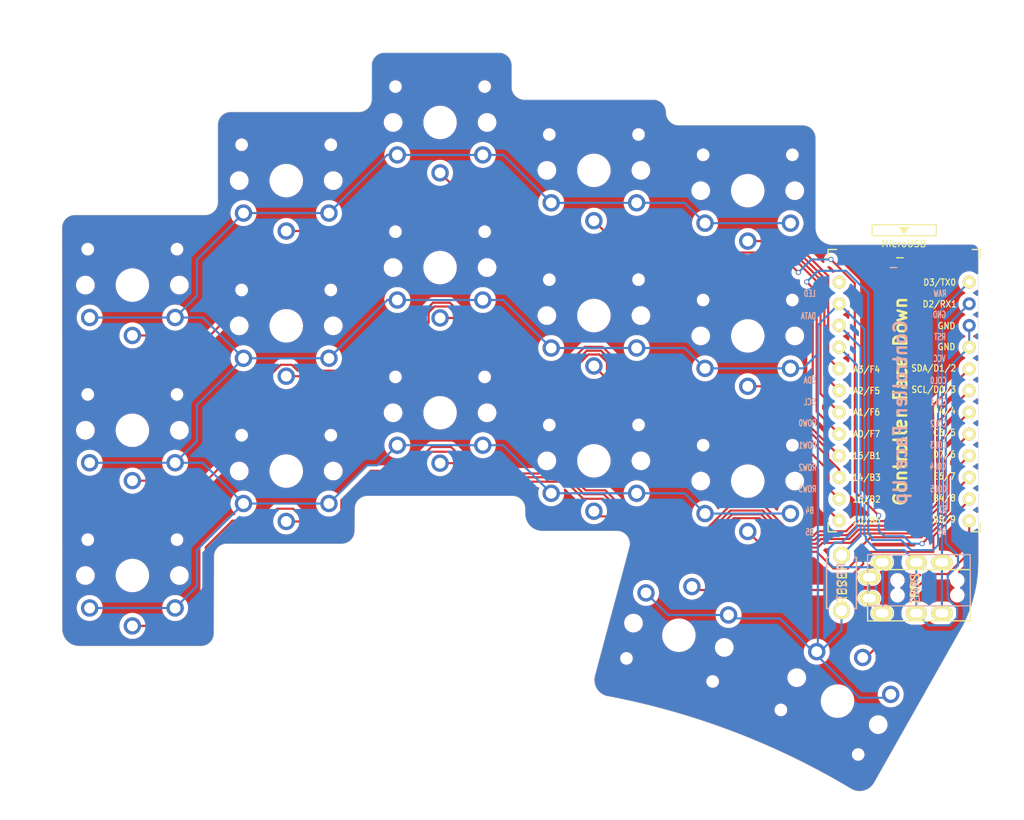
<source format=kicad_pcb>
(kicad_pcb (version 20241229) (generator "pcbnew") (generator_version "9.0")
  (title_block (title "Ferris_Sweep_Compact") (date "2020-09-03") (rev "0.1") (company "BroomLabs"))
  (layers (0 "F.Cu" signal) (2 "B.Cu" signal) (13 "F.Paste" user) (15 "B.Paste" user) (5 "F.SilkS" user) (7 "B.SilkS" user) (1 "F.Mask" user) (3 "B.Mask" user) (25 "Edge.Cuts" user))
  (net 0 "")
  (net 1 "row0")
  (net 2 "row1")
  (net 3 "row2")
  (net 4 "row3")
  (net 5 "GND")
  (net 6 "VCC")
  (net 7 "col0")
  (net 8 "col1")
  (net 9 "col2")
  (net 10 "col3")
  (net 11 "col4")
  (net 12 "col5")
  (net 13 "LED")
  (net 14 "data")
  (net 15 "reset")
  (net 16 "SCL")
  (net 17 "SDA")
  (net 18 "Net-(U1-Pad24)")
  (net 19 "Net-(J1-PadA)")
  (net 20 "Net-(U1-Pad14)")
  (net 21 "Net-(U1-Pad13)")
  (net 22 "Net-(U1-Pad12)")
  (net 23 "Net-(U1-Pad11)")
  (footprint "Kailh:SW_PG1350_reversible_b2" (layer "F.Cu") (at 44 42.77)
    (property "Reference" "SW2" (hide yes))
    (property "Value" "SW_PUSH" (hide yes))
  )
  (footprint "Kailh:SW_PG1350_reversible_b2" (layer "F.Cu") (at 62 30.54)
    (property "Reference" "SW3" (hide yes))
    (property "Value" "SW_PUSH" (hide yes))
  )
  (footprint "Kailh:SW_PG1350_reversible_b2" (layer "F.Cu") (at 80 23.73)
    (property "Reference" "SW4" (hide yes))
    (property "Value" "SW_PUSH" (hide yes))
  )
  (footprint "Kailh:SW_PG1350_reversible_b2" (layer "F.Cu") (at 98 29.34)
    (property "Reference" "SW5" (hide yes))
    (property "Value" "SW_PUSH" (hide yes))
  )
  (footprint "Kailh:SW_PG1350_reversible_b2" (layer "F.Cu") (at 116 31.72)
    (property "Reference" "SW6" (hide yes))
    (property "Value" "SW_PUSH" (hide yes))
  )
  (footprint "Kailh:SW_PG1350_reversible_b2" (layer "F.Cu") (at 44 59.77)
    (property "Reference" "SW8" (hide yes))
    (property "Value" "SW_PUSH" (hide yes))
  )
  (footprint "Kailh:SW_PG1350_reversible_b2" (layer "F.Cu") (at 62 47.54)
    (property "Reference" "SW9" (hide yes))
    (property "Value" "SW_PUSH" (hide yes))
  )
  (footprint "Kailh:SW_PG1350_reversible_b2" (layer "F.Cu") (at 80 40.72)
    (property "Reference" "SW10" (hide yes))
    (property "Value" "SW_PUSH" (hide yes))
  )
  (footprint "Kailh:SW_PG1350_reversible_b2" (layer "F.Cu") (at 98 46.34)
    (property "Reference" "SW11" (hide yes))
    (property "Value" "SW_PUSH" (hide yes))
  )
  (footprint "Kailh:SW_PG1350_reversible_b2" (layer "F.Cu") (at 116 48.72)
    (property "Reference" "SW12" (hide yes))
    (property "Value" "SW_PUSH" (hide yes))
  )
  (footprint "Kailh:SW_PG1350_reversible_b2" (layer "F.Cu") (at 44 76.775)
    (property "Reference" "SW14" (hide yes))
    (property "Value" "SW_PUSH" (hide yes))
  )
  (footprint "Kailh:SW_PG1350_reversible_b2" (layer "F.Cu") (at 62 64.545)
    (property "Reference" "SW15" (hide yes))
    (property "Value" "SW_PUSH" (hide yes))
  )
  (footprint "Kailh:SW_PG1350_reversible_b2" (layer "F.Cu") (at 80 57.72)
    (property "Reference" "SW16" (hide yes))
    (property "Value" "SW_PUSH" (hide yes))
  )
  (footprint "Kailh:SW_PG1350_reversible_b2" (layer "F.Cu") (at 98 63.345)
    (property "Reference" "SW17" (hide yes))
    (property "Value" "SW_PUSH" (hide yes))
  )
  (footprint "Kailh:SW_PG1350_reversible_b2" (layer "F.Cu") (at 116 65.72)
    (property "Reference" "SW18" (hide yes))
    (property "Value" "SW_PUSH" (hide yes))
  )
  (footprint "kbd:ProMicro_v3" (layer "F.Cu") (at 134.3 56.9)
    (property "Reference" "U1" (hide yes))
    (property "Value" "ProMicro" (hide yes))
  )
  (footprint "foostan:ResetSW" (layer "F.Cu") (at 126.97 77.64 90)
    (property "Reference" "RSW1" (hide yes))
    (property "Value" "Val**")
  )
  (footprint "kbd:MJ-4PP-9" (layer "F.Cu") (at 142.02 79.08 -90)
    (property "Reference" "J1")
    (property "Value" "MJ-4PP-9" (hide yes))
  )
  (footprint "Kailh:SW_PG1350_reversible_b2" (layer "B.Cu") (at 107.94 83.77 -15)
    (property "Reference" "SW20" (hide yes))
    (property "Value" "SW_PUSH" (hide yes))
  )
  (footprint "Kailh:SW_PG1350_reversible_b2" (layer "B.Cu") (at 126.5 91.48 -30)
    (property "Reference" "SW21" (hide yes))
    (property "Value" "SW_PUSH" (hide yes))
  )
  (gr_arc (start 125.974293 38.049201) (mid 124.561825 37.5) (end 123.939292 36.118283) (stroke (width 0.05)) (layer "Edge.Cuts"))
  (gr_arc (start 99.441356 90.871288) (mid 114.209394 95.017139) (end 128.016 101.7) (stroke (width 0.05)) (layer "Edge.Cuts"))
  (gr_arc (start 37.846 85.033119) (mid 36.417641 84.493082) (end 35.786019 83.102794) (stroke (width 0.05)) (layer "Edge.Cuts"))
  (gr_arc (start 130.748 101.101265) (mid 129.506995 101.97098) (end 128.016 101.7) (stroke (width 0.05)) (layer "Edge.Cuts"))
  (gr_arc (start 142.24 38.008) (mid 142.77033 38.22767) (end 142.99 38.758) (stroke (width 0.05)) (layer "Edge.Cuts"))
  (gr_line (start 125.974293 38.049201) (end 142.24 38.008) (stroke (width 0.05)) (layer "Edge.Cuts"))
  (gr_line (start 35.768055 36.06066) (end 35.786019 83.102794) (stroke (width 0.05)) (layer "Edge.Cuts"))
  (gr_line (start 141.255304 82.50815) (end 130.748 101.101265) (stroke (width 0.05)) (layer "Edge.Cuts"))
  (gr_line (start 123.939292 36.118283) (end 123.93934 25.5607) (stroke (width 0.05)) (layer "Edge.Cuts"))
  (gr_line (start 142.99 38.758) (end 143.002 75.184) (stroke (width 0.05)) (layer "Edge.Cuts"))
  (gr_arc (start 143.002 75.184) (mid 142.544913 78.945347) (end 141.255304 82.50815) (stroke (width 0.05)) (layer "Edge.Cuts"))
  (gr_line (start 92 71.560662) (end 100.688028 71.560662) (stroke (width 0.05)) (layer "Edge.Cuts"))
  (gr_arc (start 53.535001 83.5331) (mid 53.095661 84.59376) (end 52.035001 85.0331) (stroke (width 0.05)) (layer "Edge.Cuts"))
  (gr_arc (start 54 33.06066) (mid 53.56066 34.12132) (end 52.5 34.56066) (stroke (width 0.05)) (layer "Edge.Cuts"))
  (gr_arc (start 35.768055 36.06066) (mid 36.207395 35) (end 37.268055 34.56066) (stroke (width 0.05)) (layer "Edge.Cuts"))
  (gr_arc (start 89.87864 21.06066) (mid 88.81798 20.62132) (end 88.37864 19.56066) (stroke (width 0.05)) (layer "Edge.Cuts"))
  (gr_arc (start 53.56066 74.56066) (mid 54 73.5) (end 55.06066 73.06066) (stroke (width 0.05)) (layer "Edge.Cuts"))
  (gr_line (start 72 21) (end 72 17.0607) (stroke (width 0.05)) (layer "Edge.Cuts"))
  (gr_line (start 55.504242 22.500006) (end 70.5 22.5) (stroke (width 0.05)) (layer "Edge.Cuts"))
  (gr_line (start 37.846 85.033119) (end 52.035 85.0331) (stroke (width 0.05)) (layer "Edge.Cuts"))
  (gr_line (start 73.5 15.5607) (end 86.878636 15.56066) (stroke (width 0.05)) (layer "Edge.Cuts"))
  (gr_arc (start 70 71.56066) (mid 69.56066 72.62132) (end 68.5 73.06066) (stroke (width 0.05)) (layer "Edge.Cuts"))
  (gr_arc (start 86.878641 15.56066) (mid 87.939301 16) (end 88.378641 17.06066) (stroke (width 0.05)) (layer "Edge.Cuts"))
  (gr_arc (start 100.688028 71.560661) (mid 101.894056 72.168755) (end 102.122245 73.5) (stroke (width 0.05)) (layer "Edge.Cuts"))
  (gr_arc (start 107.93934 24.06066) (mid 106.87868 23.62132) (end 106.43934 22.56066) (stroke (width 0.05)) (layer "Edge.Cuts"))
  (gr_line (start 55.0607 73.06066) (end 68.5 73.06066) (stroke (width 0.05)) (layer "Edge.Cuts"))
  (gr_line (start 53.535001 83.5331) (end 53.559563 74.56066) (stroke (width 0.05)) (layer "Edge.Cuts"))
  (gr_arc (start 88.449667 67.461439) (mid 89.510327 67.900779) (end 89.949667 68.961439) (stroke (width 0.05)) (layer "Edge.Cuts"))
  (gr_line (start 98.122245 88.463498) (end 102.122245 73.5) (stroke (width 0.05)) (layer "Edge.Cuts"))
  (gr_line (start 54 33.0607) (end 54 24) (stroke (width 0.05)) (layer "Edge.Cuts"))
  (gr_arc (start 72 17.06066) (mid 72.43934 16) (end 73.5 15.56066) (stroke (width 0.05)) (layer "Edge.Cuts"))
  (gr_line (start 89.964999 69.629531) (end 89.949667 68.96144) (stroke (width 0.05)) (layer "Edge.Cuts"))
  (gr_arc (start 104.93934 21.06066) (mid 106 21.5) (end 106.43934 22.56066) (stroke (width 0.05)) (layer "Edge.Cuts"))
  (gr_arc (start 72 21) (mid 71.56066 22.06066) (end 70.5 22.5) (stroke (width 0.05)) (layer "Edge.Cuts"))
  (gr_line (start 107.93934 24.06066) (end 122.43934 24.06066) (stroke (width 0.05)) (layer "Edge.Cuts"))
  (gr_line (start 88.37864 19.56066) (end 88.378641 17.06066) (stroke (width 0.05)) (layer "Edge.Cuts"))
  (gr_arc (start 54 24) (mid 54.43934 22.93934) (end 55.5 22.5) (stroke (width 0.05)) (layer "Edge.Cuts"))
  (gr_arc (start 92 71.560662) (mid 90.587532 71.011461) (end 89.964999 69.629744) (stroke (width 0.05)) (layer "Edge.Cuts"))
  (gr_arc (start 122.43934 24.06066) (mid 123.5 24.5) (end 123.93934 25.56066) (stroke (width 0.05)) (layer "Edge.Cuts"))
  (gr_line (start 89.87864 21.06066) (end 104.93934 21.06066) (stroke (width 0.05)) (layer "Edge.Cuts"))
  (gr_line (start 69.999999 71.56066) (end 70.029354 68.961439) (stroke (width 0.05)) (layer "Edge.Cuts"))
  (gr_arc (start 70.029269 68.961439) (mid 70.474311 67.895072) (end 71.545368 67.461439) (stroke (width 0.05)) (layer "Edge.Cuts"))
  (gr_line (start 71.545368 67.461439) (end 88.449667 67.461439) (stroke (width 0.05)) (layer "Edge.Cuts"))
  (gr_arc (start 99.441356 90.871288) (mid 98.28729 89.938311) (end 98.122244 88.463498) (stroke (width 0.05)) (layer "Edge.Cuts"))
  (gr_line (start 37.268055 34.560666) (end 52.5 34.56066) (stroke (width 0.05)) (layer "Edge.Cuts"))
  (gr_text "Controller Face Down" (at 133.858 56.388 90) (layer "F.SilkS") (effects (font (size 1.5 1.5) (thickness 0.3))))
  (gr_text "Controller Face Up" (at 133.858 57.658 90) (layer "B.SilkS") (effects (font (size 1.5 1.5) (thickness 0.3)) (justify mirror)))
  (segment (start 121.01559 73.050022) (end 124.013567 73.050022) (width 0.25) (layer "F.Cu") (net 1))
  (segment (start 83.483981 65.360019) (end 83.909962 65.786) (width 0.25) (layer "F.Cu") (net 1))
  (segment (start 128.963579 71.400011) (end 135.7364 71.400011) (width 0.25) (layer "F.Cu") (net 1))
  (segment (start 127.86359 72.5) (end 128.963579 71.400011) (width 0.25) (layer "F.Cu") (net 1))
  (segment (start 124.563589 72.5) (end 127.86359 72.5) (width 0.25) (layer "F.Cu") (net 1))
  (segment (start 80 63.62) (end 81.90518 63.62) (width 0.25) (layer "F.Cu") (net 1))
  (segment (start 96.741861 67.788681) (end 99.034703 67.788681) (width 0.25) (layer "F.Cu") (net 1))
  (segment (start 81.90518 63.62) (end 83.48398 65.1988) (width 0.25) (layer "F.Cu") (net 1))
  (segment (start 124.013567 73.050022) (end 124.563589 72.5) (width 0.25) (layer "F.Cu") (net 1))
  (segment (start 135.7364 71.400011) (end 138.599982 68.536429) (width 0.25) (layer "F.Cu") (net 1))
  (segment (start 83.48398 65.1988) (end 83.483981 65.360019) (width 0.25) (layer "F.Cu") (net 1))
  (segment (start 117.57827 69.612702) (end 121.01559 73.050022) (width 0.25) (layer "F.Cu") (net 1))
  (segment (start 111.643515 72.133987) (end 114.1648 69.612702) (width 0.25) (layer "F.Cu") (net 1))
  (segment (start 138.599982 60.973418) (end 141.9114 57.662) (width 0.25) (layer "F.Cu") (net 1))
  (segment (start 108.987233 72.133987) (end 111.643515 72.133987) (width 0.25) (layer "F.Cu") (net 1))
  (segment (start 114.1648 69.612702) (end 117.57827 69.612702) (width 0.25) (layer "F.Cu") (net 1))
  (segment (start 99.034703 67.788681) (end 101.475011 70.228989) (width 0.25) (layer "F.Cu") (net 1))
  (segment (start 138.599982 68.536429) (end 138.599982 60.973418) (width 0.25) (layer "F.Cu") (net 1))
  (segment (start 94.73918 65.786) (end 96.741861 67.788681) (width 0.25) (layer "F.Cu") (net 1))
  (segment (start 101.475011 70.228989) (end 107.082235 70.228989) (width 0.25) (layer "F.Cu") (net 1))
  (segment (start 107.082235 70.228989) (end 108.987233 72.133987) (width 0.25) (layer "F.Cu") (net 1))
  (segment (start 83.909962 65.786) (end 94.73918 65.786) (width 0.25) (layer "F.Cu") (net 1))
  (segment (start 124.749989 72.950011) (end 128.04999 72.950011) (width 0.25) (layer "F.Cu") (net 2))
  (segment (start 108.92303 72.706194) (end 111.961718 72.706194) (width 0.25) (layer "F.Cu") (net 2))
  (segment (start 113.034956 71.632956) (end 113.034956 71.378956) (width 0.25) (layer "F.Cu") (net 2))
  (segment (start 136.127158 71.850022) (end 139.049992 68.927188) (width 0.25) (layer "F.Cu") (net 2))
  (segment (start 117.39187 70.062712) (end 120.829189 73.500031) (width 0.25) (layer "F.Cu") (net 2))
  (segment (start 129.149979 71.850022) (end 136.127158 71.850022) (width 0.25) (layer "F.Cu") (net 2))
  (segment (start 139.049992 68.927188) (end 139.049992 63.063408) (width 0.25) (layer "F.Cu") (net 2))
  (segment (start 128.04999 72.950011) (end 129.149979 71.850022) (width 0.25) (layer "F.Cu") (net 2))
  (segment (start 120.829189 73.500031) (end 121.317965 73.500031) (width 0.25) (layer "F.Cu") (net 2))
  (segment (start 139.049992 63.063408) (end 141.9114 60.202) (width 0.25) (layer "F.Cu") (net 2))
  (segment (start 98 69.400011) (end 98.155011 69.400011) (width 0.25) (layer "F.Cu") (net 2))
  (segment (start 121.317967 73.500033) (end 124.199967 73.500033) (width 0.25) (layer "F.Cu") (net 2))
  (segment (start 114.3512 70.062712) (end 117.39187 70.062712) (width 0.25) (layer "F.Cu") (net 2))
  (segment (start 121.317965 73.500031) (end 121.317967 73.500033) (width 0.25) (layer "F.Cu") (net 2))
  (segment (start 100.076 69.85) (end 100.459612 69.85) (width 0.25) (layer "F.Cu") (net 2))
  (segment (start 100.459612 69.85) (end 101.288611 70.678999) (width 0.25) (layer "F.Cu") (net 2))
  (segment (start 98.605 69.85) (end 98 69.245) (width 0.25) (layer "F.Cu") (net 2))
  (segment (start 100.459612 69.85) (end 98.605 69.85) (width 0.25) (layer "F.Cu") (net 2))
  (segment (start 101.288611 70.678999) (end 106.895835 70.678999) (width 0.25) (layer "F.Cu") (net 2))
  (segment (start 106.895835 70.678999) (end 108.92303 72.706194) (width 0.25) (layer "F.Cu") (net 2))
  (segment (start 111.961718 72.706194) (end 113.034956 71.632956) (width 0.25) (layer "F.Cu") (net 2))
  (segment (start 113.034956 71.378956) (end 114.3512 70.062712) (width 0.25) (layer "F.Cu") (net 2))
  (segment (start 124.199967 73.500033) (end 124.749989 72.950011) (width 0.25) (layer "F.Cu") (net 2))
  (segment (start 116 71.62) (end 118.379999 73.999999) (width 0.25) (layer "F.Cu") (net 3))
  (segment (start 124.072819 73.999999) (end 126.022817 75.949997) (width 0.25) (layer "F.Cu") (net 3))
  (segment (start 130.363556 72.300033) (end 136.313557 72.300033) (width 0.25) (layer "F.Cu") (net 3))
  (segment (start 127.699999 75.949997) (end 128.599987 75.050011) (width 0.25) (layer "F.Cu") (net 3))
  (segment (start 139.500003 69.113587) (end 139.500003 65.153397) (width 0.25) (layer "F.Cu") (net 3))
  (segment (start 128.599987 75.050011) (end 128.599987 74.063602) (width 0.25) (layer "F.Cu") (net 3))
  (segment (start 139.500003 65.153397) (end 141.9114 62.742) (width 0.25) (layer "F.Cu") (net 3))
  (segment (start 128.599987 74.063602) (end 130.363556 72.300033) (width 0.25) (layer "F.Cu") (net 3))
  (segment (start 136.313557 72.300033) (end 139.500003 69.113587) (width 0.25) (layer "F.Cu") (net 3))
  (segment (start 126.022817 75.949997) (end 127.699999 75.949997) (width 0.25) (layer "F.Cu") (net 3))
  (segment (start 118.379999 73.999999) (end 124.072819 73.999999) (width 0.25) (layer "F.Cu") (net 3))
  (segment (start 141.9114 65.282) (end 139.950014 67.243386) (width 0.25) (layer "F.Cu") (net 4))
  (segment (start 113.697117 40.311029) (end 117.554202 40.311028) (width 0.25) (layer "F.Cu") (net 4))
  (segment (start 108.37318 38.246) (end 109.93959 39.81241) (width 0.25) (layer "F.Cu") (net 4))
  (segment (start 90.54999 35.722808) (end 93.01721 38.19003) (width 0.25) (layer "F.Cu") (net 4))
  (segment (start 117.554202 40.311028) (end 117.9072 39.95803) (width 0.25) (layer "F.Cu") (net 4))
  (segment (start 136.398 73.044) (end 137.27199 72.17001) (width 0.25) (layer "F.Cu") (net 4))
  (segment (start 90.17 34.544) (end 90.17118 34.544) (width 0.25) (layer "F.Cu") (net 4))
  (segment (start 113.198498 39.81241) (end 113.528045 40.141955) (width 0.25) (layer "F.Cu") (net 4))
  (segment (start 139.950014 69.230014) (end 139.950014 69.299987) (width 0.25) (layer "F.Cu") (net 4))
  (segment (start 109.93959 39.81241) (end 113.198498 39.81241) (width 0.25) (layer "F.Cu") (net 4))
  (segment (start 139.950014 67.243386) (end 139.950014 69.230014) (width 0.25) (layer "F.Cu") (net 4))
  (segment (start 120.58403 39.95803) (end 121.92 41.294) (width 0.25) (layer "F.Cu") (net 4))
  (segment (start 139.950014 69.299986) (end 139.950014 69.230014) (width 0.25) (layer "F.Cu") (net 4))
  (segment (start 137.27199 71.97801) (end 139.950014 69.299986) (width 0.25) (layer "F.Cu") (net 4))
  (segment (start 81.75639 32.88002) (end 88.50602 32.88002) (width 0.25) (layer "F.Cu") (net 4))
  (segment (start 137.27199 72.17001) (end 137.27199 71.97801) (width 0.25) (layer "F.Cu") (net 4))
  (segment (start 64.85599 36.89001) (end 67.946401 36.890009) (width 0.25) (layer "F.Cu") (net 4))
  (segment (start 88.50602 32.88002) (end 90.17 34.544) (width 0.25) (layer "F.Cu") (net 4))
  (segment (start 101.962 38.246) (end 108.37318 38.246) (width 0.25) (layer "F.Cu") (net 4))
  (segment (start 101.90603 38.19003) (end 101.962 38.246) (width 0.25) (layer "F.Cu") (net 4))
  (segment (start 125.73 39.77) (end 128.524 42.564) (width 0.25) (layer "F.Cu") (net 4))
  (segment (start 128.524 42.564) (end 128.524 66.948) (width 0.25) (layer "F.Cu") (net 4))
  (segment (start 113.528045 40.141955) (end 113.697117 40.311029) (width 0.25) (layer "F.Cu") (net 4))
  (segment (start 93.01721 38.19003) (end 101.90603 38.19003) (width 0.25) (layer "F.Cu") (net 4))
  (segment (start 67.946401 36.890009) (end 70.8864 33.95001) (width 0.25) (layer "F.Cu") (net 4))
  (segment (start 53.076 48.67) (end 64.85599 36.89001) (width 0.25) (layer "F.Cu") (net 4))
  (segment (start 70.8864 33.95001) (end 80.686401 33.950009) (width 0.25) (layer "F.Cu") (net 4))
  (segment (start 90.17118 34.544) (end 90.54999 34.92281) (width 0.25) (layer "F.Cu") (net 4))
  (segment (start 117.9072 39.95803) (end 120.58403 39.95803) (width 0.25) (layer "F.Cu") (net 4))
  (segment (start 80.686401 33.950009) (end 81.75639 32.88002) (width 0.25) (layer "F.Cu") (net 4))
  (segment (start 128.524 66.948) (end 131.318 69.742) (width 0.25) (layer "F.Cu") (net 4))
  (segment (start 44 48.67) (end 53.076 48.67) (width 0.25) (layer "F.Cu") (net 4))
  (segment (start 90.54999 34.92281) (end 90.54999 35.722808) (width 0.25) (layer "F.Cu") (net 4))
  (via (at 125.73 39.77) (size 0.6) (drill 0.4) (layers "F.Cu" "B.Cu") (net 4))
  (via (at 136.398 73.044) (size 0.6) (drill 0.4) (layers "F.Cu" "B.Cu") (net 4))
  (via (at 121.92 41.294) (size 0.6) (drill 0.4) (layers "F.Cu" "B.Cu") (net 4))
  (via (at 131.318 69.742) (size 0.6) (drill 0.4) (layers "F.Cu" "B.Cu") (net 4))
  (segment (start 124.206 39.77) (end 123.444 39.77) (width 0.25) (layer "B.Cu") (net 4))
  (segment (start 135.128 73.044) (end 136.398 73.044) (width 0.25) (layer "B.Cu") (net 4))
  (segment (start 131.318 71.52) (end 131.97199 72.17399) (width 0.25) (layer "B.Cu") (net 4))
  (segment (start 131.318 69.742) (end 131.318 71.52) (width 0.25) (layer "B.Cu") (net 4))
  (segment (start 131.97199 72.17399) (end 134.25799 72.17399) (width 0.25) (layer "B.Cu") (net 4))
  (segment (start 124.206 39.77) (end 125.73 39.77) (width 0.25) (layer "B.Cu") (net 4))
  (segment (start 134.25799 72.17399) (end 135.128 73.044) (width 0.25) (layer "B.Cu") (net 4))
  (segment (start 123.444 39.77) (end 121.92 41.294) (width 0.25) (layer "B.Cu") (net 4))
  (segment (start 57 51.345) (end 51.55 56.795) (width 0.25) (layer "B.Cu") (net 5))
  (segment (start 51.55 61.025) (end 49 63.575) (width 0.25) (layer "B.Cu") (net 5))
  (segment (start 51.55 56.795) (end 51.55 61.025) (width 0.25) (layer "B.Cu") (net 5))
  (segment (start 57 34.345) (end 51.55 39.795) (width 0.25) (layer "B.Cu") (net 5))
  (segment (start 51.55 39.795) (end 51.55 44.025) (width 0.25) (layer "B.Cu") (net 5))
  (segment (start 51.55 44.025) (end 49 46.575) (width 0.25) (layer "B.Cu") (net 5))
  (segment (start 85 44.52) (end 87.38 44.52) (width 0.25) (layer "B.Cu") (net 5))
  (segment (start 124.1 86.058976) (end 124.069873 86.089103) (width 0.25) (layer "B.Cu") (net 5))
  (segment (start 124.2 50.42) (end 124.2 50.3) (width 0.25) (layer "B.Cu") (net 5))
  (segment (start 87.39 27.53) (end 93 33.14) (width 0.25) (layer "B.Cu") (net 5))
  (segment (start 71.46 29.88) (end 67 34.34) (width 0.25) (layer "B.Cu") (net 5))
  (segment (start 124.2 50.806) (end 124.2 67.4) (width 0.25) (layer "B.Cu") (net 5))
  (segment (start 139.6 82.6) (end 137.14 82.6) (width 0.25) (layer "B.Cu") (net 5))
  (segment (start 135.72 81.18) (end 135.72 75.23) (width 0.25) (layer "B.Cu") (net 5))
  (segment (start 124.2 50.3) (end 124.2 50.806) (width 0.25) (layer "B.Cu") (net 5))
  (segment (start 129.65001 47.92061) (end 129.65001 72.05001) (width 0.25) (layer "B.Cu") (net 5))
  (segment (start 39 63.57) (end 49 63.57) (width 0.25) (layer "B.Cu") (net 5))
  (segment (start 111 69.52) (end 121 69.52) (width 0.25) (layer "B.Cu") (net 5))
  (segment (start 67 34.34) (end 73.81 27.53) (width 0.25) (layer "B.Cu") (net 5))
  (segment (start 75 27.53) (end 85 27.53) (width 0.25) (layer "B.Cu") (net 5))
  (segment (start 126.97 83.188976) (end 124.069873 86.089103) (width 0.25) (layer "B.Cu") (net 5))
  (segment (start 129.65001 72.05001) (end 129.838 72.238) (width 0.25) (layer "B.Cu") (net 5))
  (segment (start 129.838 72.238) (end 129.838 72.58) (width 0.25) (layer "B.Cu") (net 5))
  (segment (start 71.47 46.87) (end 67 51.34) (width 0.25) (layer "B.Cu") (net 5))
  (segment (start 111 52.52) (end 121 52.52) (width 0.25) (layer "B.Cu") (net 5))
  (segment (start 75 44.52) (end 85 44.52) (width 0.25) (layer "B.Cu") (net 5))
  (segment (start 51.55 73.795) (end 51.55 78.025) (width 0.25) (layer "B.Cu") (net 5))
  (segment (start 139.4 76.8) (end 139.4 79.5) (width 0.25) (layer "B.Cu") (net 5))
  (segment (start 108.62 33.14) (end 111 35.52) (width 0.25) (layer "B.Cu") (net 5))
  (segment (start 57 34.34) (end 67 34.34) (width 0.25) (layer "B.Cu") (net 5))
  (segment (start 39 46.57) (end 49 46.57) (width 0.25) (layer "B.Cu") (net 5))
  (segment (start 85 61.52) (end 87.375 61.52) (width 0.25) (layer "B.Cu") (net 5))
  (segment (start 140.5 81.7) (end 139.6 82.6) (width 0.25) (layer "B.Cu") (net 5))
  (segment (start 139.4 79.5) (end 140.5 80.6) (width 0.25) (layer "B.Cu") (net 5))
  (segment (start 49 63.57) (end 52.225 63.57) (width 0.25) (layer "B.Cu") (net 5))
  (segment (start 124.2 47.4534) (end 124.2 50.3) (width 0.25) (layer "B.Cu") (net 5))
  (segment (start 119.774347 81.793577) (end 124.069873 86.089103) (width 0.25) (layer "B.Cu") (net 5))
  (segment (start 49 46.57) (end 52.23 46.57) (width 0.25) (layer "B.Cu") (net 5))
  (segment (start 139.17001 58.42999) (end 139.17001 72.97001) (width 0.25) (layer "B.Cu") (net 5))
  (segment (start 126.6914 44.962) (end 129.65001 47.92061) (width 0.25) (layer "B.Cu") (net 5))
  (segment (start 93 33.14) (end 103 33.14) (width 0.25) (layer "B.Cu") (net 5))
  (segment (start 73.82 44.52) (end 75 44.52) (width 0.25) (layer "B.Cu") (net 5))
  (segment (start 104.093883 78.805387) (end 106.682073 81.393577) (width 0.25) (layer "B.Cu") (net 5))
  (segment (start 73.81 27.53) (end 75 27.53) (width 0.25) (layer "B.Cu") (net 5))
  (segment (start 75 61.52) (end 85 61.52) (width 0.25) (layer "B.Cu") (net 5))
  (segment (start 52.23 46.57) (end 57 51.34) (width 0.25) (layer "B.Cu") (net 5))
  (segment (start 72.65 63.87) (end 75 61.52) (width 0.25) (layer "B.Cu") (net 5))
  (segment (start 39 80.575) (end 49 80.575) (width 0.25) (layer "B.Cu") (net 5))
  (segment (start 124.2 67.4) (end 124.2 85.958976) (width 0.25) (layer "B.Cu") (net 5))
  (segment (start 93 50.14) (end 103 50.14) (width 0.25) (layer "B.Cu") (net 5))
  (segment (start 137.14 82.6) (end 135.72 81.18) (width 0.25) (layer "B.Cu") (net 5))
  (segment (start 134.296 73.806) (end 135.72 75.23) (width 0.25) (layer "B.Cu") (net 5))
  (segment (start 140.6 75.6) (end 139.4 76.8) (width 0.25) (layer "B.Cu") (net 5))
  (segment (start 57 51.34) (end 67 51.34) (width 0.25) (layer "B.Cu") (net 5))
  (segment (start 122.486 52.52) (end 124.2 50.806) (width 0.25) (layer "B.Cu") (net 5))
  (segment (start 57 68.345) (end 51.55 73.795) (width 0.25) (layer "B.Cu") (net 5))
  (segment (start 124.069873 86.089103) (end 129.069873 91.089103) (width 0.25) (layer "B.Cu") (net 5))
  (segment (start 93 67.145) (end 103 67.145) (width 0.25) (layer "B.Cu") (net 5))
  (segment (start 87.38 44.52) (end 93 50.14) (width 0.25) (layer "B.Cu") (net 5))
  (segment (start 108.62 50.14) (end 111 52.52) (width 0.25) (layer "B.Cu") (net 5))
  (segment (start 71.475 63.87) (end 67 68.345) (width 0.25) (layer "B.Cu") (net 5))
  (segment (start 141.9114 50.042) (end 139.2 52.7534) (width 0.25) (layer "B.Cu") (net 5))
  (segment (start 126.97 80.89) (end 126.97 83.188976) (width 0.25) (layer "B.Cu") (net 5))
  (segment (start 139.17001 72.97001) (end 140.6 74.4) (width 0.25) (layer "B.Cu") (net 5))
  (segment (start 106.682073 81.393577) (end 113.753142 81.393577) (width 0.25) (layer "B.Cu") (net 5))
  (segment (start 71.475 63.87) (end 72.65 63.87) (width 0.25) (layer "B.Cu") (net 5))
  (segment (start 131.064 73.806) (end 134.296 73.806) (width 0.25) (layer "B.Cu") (net 5))
  (segment (start 103 33.14) (end 108.62 33.14) (width 0.25) (layer "B.Cu") (net 5))
  (segment (start 51.55 78.025) (end 49 80.575) (width 0.25) (layer "B.Cu") (net 5))
  (segment (start 124.2 85.958976) (end 124.069873 86.089103) (width 0.25) (layer "B.Cu") (net 5))
  (segment (start 139.2 52.7534) (end 139.2 58.4) (width 0.25) (layer "B.Cu") (net 5))
  (segment (start 140.5 80.6) (end 140.5 81.7) (width 0.25) (layer "B.Cu") (net 5))
  (segment (start 140.6 74.4) (end 140.6 75.6) (width 0.25) (layer "B.Cu") (net 5))
  (segment (start 129.069873 91.089103) (end 132.730127 91.089103) (width 0.25) (layer "B.Cu") (net 5))
  (segment (start 141.9114 47.502) (end 141.9114 50.042) (width 0.25) (layer "B.Cu") (net 5))
  (segment (start 67 51.34) (end 73.82 44.52) (width 0.25) (layer "B.Cu") (net 5))
  (segment (start 113.753142 81.793577) (end 119.774347 81.793577) (width 0.25) (layer "B.Cu") (net 5))
  (segment (start 108.625 67.145) (end 111 69.52) (width 0.25) (layer "B.Cu") (net 5))
  (segment (start 111 35.52) (end 121 35.52) (width 0.25) (layer "B.Cu") (net 5))
  (segment (start 52.225 63.57) (end 57 68.345) (width 0.25) (layer "B.Cu") (net 5))
  (segment (start 129.838 72.58) (end 131.064 73.806) (width 0.25) (layer "B.Cu") (net 5))
  (segment (start 139.2 58.4) (end 139.17001 58.42999) (width 0.25) (layer "B.Cu") (net 5))
  (segment (start 103 67.145) (end 108.625 67.145) (width 0.25) (layer "B.Cu") (net 5))
  (segment (start 87.375 61.52) (end 93 67.145) (width 0.25) (layer "B.Cu") (net 5))
  (segment (start 103 50.14) (end 108.62 50.14) (width 0.25) (layer "B.Cu") (net 5))
  (segment (start 126.6914 44.962) (end 124.2 47.4534) (width 0.25) (layer "B.Cu") (net 5))
  (segment (start 121 52.52) (end 122.486 52.52) (width 0.25) (layer "B.Cu") (net 5))
  (segment (start 57 68.345) (end 67 68.345) (width 0.25) (layer "B.Cu") (net 5))
  (segment (start 85 27.53) (end 87.39 27.53) (width 0.25) (layer "B.Cu") (net 5))
  (segment (start 131.79501 75.30501) (end 131.79501 76.493295) (width 0.25) (layer "B.Cu") (net 6))
  (segment (start 125.4 73.7) (end 126.2 72.9) (width 0.25) (layer "B.Cu") (net 6))
  (segment (start 131.72 75.23) (end 131.79501 75.30501) (width 0.25) (layer "B.Cu") (net 6))
  (segment (start 131.15 75.8) (end 126 75.8) (width 0.25) (layer "B.Cu") (net 6))
  (segment (start 125.4 75.2) (end 125.4 73.7) (width 0.25) (layer "B.Cu") (net 6))
  (segment (start 131.72 75.23) (end 131.15 75.8) (width 0.25) (layer "B.Cu") (net 6))
  (segment (start 126 75.8) (end 125.4 75.2) (width 0.25) (layer "B.Cu") (net 6))
  (segment (start 128.74999 71.15001) (end 128.74999 52.10059) (width 0.25) (layer "B.Cu") (net 6))
  (segment (start 127 72.9) (end 128.74999 71.15001) (width 0.25) (layer "B.Cu") (net 6))
  (segment (start 131.79501 75.30501) (end 131.79501 81.10499) (width 0.25) (layer "B.Cu") (net 6))
  (segment (start 126.2 72.9) (end 127 72.9) (width 0.25) (layer "B.Cu") (net 6))
  (segment (start 131.79501 81.10499) (end 131.72 81.18) (width 0.25) (layer "B.Cu") (net 6))
  (segment (start 128.74999 52.10059) (end 126.6914 50.042) (width 0.25) (layer "B.Cu") (net 6))
  (segment (start 122.42 38.72) (end 122.495 38.795) (width 0.25) (layer "F.Cu") (net 7))
  (segment (start 125.410874 51.301474) (end 126.6914 52.582) (width 0.25) (layer "F.Cu") (net 7))
  (segment (start 116 37.62) (end 121.32 37.62) (width 0.25) (layer "F.Cu") (net 7))
  (segment (start 122.495 38.795) (end 125.410874 41.710874) (width 0.25) (layer "F.Cu") (net 7))
  (segment (start 121.32 37.62) (end 122.495 38.795) (width 0.25) (layer "F.Cu") (net 7))
  (segment (start 125.410874 41.710874) (end 125.410874 51.301474) (width 0.25) (layer "F.Cu") (net 7))
  (segment (start 99.578 36.84) (end 108.87641 36.84) (width 0.25) (layer "F.Cu") (net 8))
  (segment (start 124.960865 41.960864) (end 124.960865 53.391465) (width 0.25) (layer "F.Cu") (net 8))
  (segment (start 99.578 36.818) (end 99.578 36.84) (width 0.25) (layer "F.Cu") (net 8))
  (segment (start 117.348 38.608) (end 121.608001 38.608) (width 0.25) (layer "F.Cu") (net 8))
  (segment (start 110.436409 38.399999) (end 114.254001 38.399999) (width 0.25) (layer "F.Cu") (net 8))
  (segment (start 124.960865 53.391465) (end 126.6914 55.122) (width 0.25) (layer "F.Cu") (net 8))
  (segment (start 121.608001 38.608) (end 124.960865 41.960864) (width 0.25) (layer "F.Cu") (net 8))
  (segment (start 114.254001 38.399999) (end 114.815003 38.961001) (width 0.25) (layer "F.Cu") (net 8))
  (segment (start 114.815003 38.961001) (end 116.994999 38.961001) (width 0.25) (layer "F.Cu") (net 8))
  (segment (start 98 35.24) (end 99.578 36.818) (width 0.25) (layer "F.Cu") (net 8))
  (segment (start 116.994999 38.961001) (end 117.348 38.608) (width 0.25) (layer "F.Cu") (net 8))
  (segment (start 108.87641 36.84) (end 110.436409 38.399999) (width 0.25) (layer "F.Cu") (net 8))
  (segment (start 82.35 31.98) (end 88.88 31.98) (width 0.25) (layer "F.Cu") (net 9))
  (segment (start 124.510854 42.147264) (end 124.510854 55.481454) (width 0.25) (layer "F.Cu") (net 9))
  (segment (start 88.88 31.98) (end 91.5 34.6) (width 0.25) (layer "F.Cu") (net 9))
  (segment (start 108.69001 37.29001) (end 110.25001 38.85001) (width 0.25) (layer "F.Cu") (net 9))
  (segment (start 117.5344 39.05801) (end 121.4216 39.05801) (width 0.25) (layer "F.Cu") (net 9))
  (segment (start 121.4216 39.05801) (end 124.510854 42.147264) (width 0.25) (layer "F.Cu") (net 9))
  (segment (start 124.510854 55.481454) (end 126.6914 57.662) (width 0.25) (layer "F.Cu") (net 9))
  (segment (start 114.067602 38.85001) (end 114.628603 39.411011) (width 0.25) (layer "F.Cu") (net 9))
  (segment (start 80 29.63) (end 82.35 31.98) (width 0.25) (layer "F.Cu") (net 9))
  (segment (start 114.628603 39.411011) (end 117.1814 39.41101) (width 0.25) (layer "F.Cu") (net 9))
  (segment (start 91.5 35.4) (end 93.39001 37.29001) (width 0.25) (layer "F.Cu") (net 9))
  (segment (start 93.39001 37.29001) (end 108.69001 37.29001) (width 0.25) (layer "F.Cu") (net 9))
  (segment (start 117.1814 39.41101) (end 117.5344 39.05801) (width 0.25) (layer "F.Cu") (net 9))
  (segment (start 110.25001 38.85001) (end 114.067602 38.85001) (width 0.25) (layer "F.Cu") (net 9))
  (segment (start 91.5 34.6) (end 91.5 35.4) (width 0.25) (layer "F.Cu") (net 9))
  (segment (start 80.5 33.5) (end 81.56999 32.43001) (width 0.25) (layer "F.Cu") (net 10))
  (segment (start 91 35.53641) (end 93.20361 37.74002) (width 0.25) (layer "F.Cu") (net 10))
  (segment (start 62 36.44) (end 67.76 36.44) (width 0.25) (layer "F.Cu") (net 10))
  (segment (start 67.76 36.44) (end 70.7 33.5) (width 0.25) (layer "F.Cu") (net 10))
  (segment (start 121.2352 39.50802) (end 124.060844 42.333664) (width 0.25) (layer "F.Cu") (net 10))
  (segment (start 117.7208 39.50802) (end 121.2352 39.50802) (width 0.25) (layer "F.Cu") (net 10))
  (segment (start 88.6936 32.43001) (end 91 34.73641) (width 0.25) (layer "F.Cu") (net 10))
  (segment (start 110.06361 39.30002) (end 113.322518 39.30002) (width 0.25) (layer "F.Cu") (net 10))
  (segment (start 70.7 33.5) (end 80.5 33.5) (width 0.25) (layer "F.Cu") (net 10))
  (segment (start 124.060844 57.571444) (end 126.6914 60.202) (width 0.25) (layer "F.Cu") (net 10))
  (segment (start 124.060844 42.333664) (end 124.060844 57.571444) (width 0.25) (layer "F.Cu") (net 10))
  (segment (start 91 34.73641) (end 91 35.53641) (width 0.25) (layer "F.Cu") (net 10))
  (segment (start 117.367801 39.861019) (end 117.7208 39.50802) (width 0.25) (layer "F.Cu") (net 10))
  (segment (start 93.20361 37.74002) (end 108.50361 37.74002) (width 0.25) (layer "F.Cu") (net 10))
  (segment (start 113.322518 39.30002) (end 113.883517 39.861019) (width 0.25) (layer "F.Cu") (net 10))
  (segment (start 113.883517 39.861019) (end 117.367801 39.861019) (width 0.25) (layer "F.Cu") (net 10))
  (segment (start 81.56999 32.43001) (end 88.6936 32.43001) (width 0.25) (layer "F.Cu") (net 10))
  (segment (start 108.50361 37.74002) (end 110.06361 39.30002) (width 0.25) (layer "F.Cu") (net 10))
  (segment (start 100.500018 54.185982) (end 102.191982 54.185982) (width 0.25) (layer "F.Cu") (net 11))
  (segment (start 60.1 53.355318) (end 61.356319 52.098999) (width 0.25) (layer "F.Cu") (net 11))
  (segment (start 61.356319 52.098999) (end 62.643681 52.098999) (width 0.25) (layer "F.Cu") (net 11))
  (segment (start 52.669046 65.67) (end 60.1 58.239046) (width 0.25) (layer "F.Cu") (net 11))
  (segment (start 78.208989 47.013011) (end 78.208989 45.789919) (width 0.25) (layer "F.Cu") (net 11))
  (segment (start 60.1 58.239046) (end 60.1 53.355318) (width 0.25) (layer "F.Cu") (net 11))
  (segment (start 99.016483 49.998981) (end 100.500018 51.482516) (width 0.25) (layer "F.Cu") (net 11))
  (segment (start 102.191982 54.185982) (end 105.918 57.912) (width 0.25) (layer "F.Cu") (net 11))
  (segment (start 100.500018 51.482516) (end 100.500018 54.185982) (width 0.25) (layer "F.Cu") (net 11))
  (segment (start 81.150989 44.828989) (end 89.72198 53.39998) (width 0.25) (layer "F.Cu") (net 11))
  (segment (start 79.169919 44.828989) (end 81.150989 44.828989) (width 0.25) (layer "F.Cu") (net 11))
  (segment (start 62.643681 52.098999) (end 63.341001 52.796319) (width 0.25) (layer "F.Cu") (net 11))
  (segment (start 44 65.67) (end 52.669046 65.67) (width 0.25) (layer "F.Cu") (net 11))
  (segment (start 93.53198 53.39998) (end 96.932979 49.998981) (width 0.25) (layer "F.Cu") (net 11))
  (segment (start 96.932979 49.998981) (end 99.016483 49.998981) (width 0.25) (layer "F.Cu") (net 11))
  (segment (start 72.425681 52.796319) (end 78.208989 47.013011) (width 0.25) (layer "F.Cu") (net 11))
  (segment (start 105.918 57.912) (end 121.8614 57.912) (width 0.25) (layer "F.Cu") (net 11))
  (segment (start 78.208989 45.789919) (end 79.169919 44.828989) (width 0.25) (layer "F.Cu") (net 11))
  (segment (start 63.341001 52.796319) (end 72.425681 52.796319) (width 0.25) (layer "F.Cu") (net 11))
  (segment (start 125.0657 61.1163) (end 126.6914 62.742) (width 0.25) (layer "F.Cu") (net 11))
  (segment (start 89.72198 53.39998) (end 93.53198 53.39998) (width 0.25) (layer "F.Cu") (net 11))
  (segment (start 121.8614 57.912) (end 125.0657 61.1163) (width 0.25) (layer "F.Cu") (net 11))
  (segment (start 100.294816 54.61719) (end 100.313618 54.635992) (width 0.25) (layer "F.Cu") (net 12))
  (segment (start 97.169919 50.448989) (end 98.830082 50.44899) (width 0.25) (layer "F.Cu") (net 12))
  (segment (start 80.964589 45.278999) (end 89.53558 53.84999) (width 0.25) (layer "F.Cu") (net 12))
  (segment (start 78.658999 47.199411) (end 78.658999 45.976319) (width 0.25) (layer "F.Cu") (net 12))
  (segment (start 105.78959 58.42) (end 121.73299 58.42) (width 0.25) (layer "F.Cu") (net 12))
  (segment (start 100.05001 54.61719) (end 100.294816 54.61719) (width 0.25) (layer "F.Cu") (net 12))
  (segment (start 89.53558 53.84999) (end 93.72799 53.84999) (width 0.25) (layer "F.Cu") (net 12))
  (segment (start 100.313618 54.635992) (end 102.005582 54.635992) (width 0.25) (layer "F.Cu") (net 12))
  (segment (start 62 53.44) (end 72.41841 53.44) (width 0.25) (layer "F.Cu") (net 12))
  (segment (start 100.05001 51.668918) (end 100.05001 54.61719) (width 0.25) (layer "F.Cu") (net 12))
  (segment (start 94.195062 53.382918) (end 94.23599 53.382918) (width 0.25) (layer "F.Cu") (net 12))
  (segment (start 72.41841 53.44) (end 78.658999 47.199411) (width 0.25) (layer "F.Cu") (net 12))
  (segment (start 125.404319 62.091329) (end 125.404319 63.063681) (width 0.25) (layer "F.Cu") (net 12))
  (segment (start 78.658999 45.976319) (end 79.356319 45.278999) (width 0.25) (layer "F.Cu") (net 12))
  (segment (start 121.73299 58.42) (end 125.404319 62.091329) (width 0.25) (layer "F.Cu") (net 12))
  (segment (start 102.005582 54.635992) (end 105.78959 58.42) (width 0.25) (layer "F.Cu") (net 12))
  (segment (start 98.830082 50.44899) (end 100.05001 51.668918) (width 0.25) (layer "F.Cu") (net 12))
  (segment (start 126.6914 64.350762) (end 126.6914 65.282) (width 0.25) (layer "F.Cu") (net 12))
  (segment (start 94.23599 53.382918) (end 97.169919 50.448989) (width 0.25) (layer "F.Cu") (net 12))
  (segment (start 125.404319 63.063681) (end 126.6914 64.350762) (width 0.25) (layer "F.Cu") (net 12))
  (segment (start 79.356319 45.278999) (end 80.964589 45.278999) (width 0.25) (layer "F.Cu") (net 12))
  (segment (start 93.72799 53.84999) (end 94.195062 53.382918) (width 0.25) (layer "F.Cu") (net 12))
  (segment (start 122.9 42.4) (end 122.9 42.4) (width 0.25) (layer "F.Cu") (net 13))
  (segment (start 123.6 53.004682) (end 123.6 43.1) (width 0.25) (layer "F.Cu") (net 13))
  (segment (start 122.174 54.61) (end 123.610834 53.173166) (width 0.25) (layer "F.Cu") (net 13))
  (segment (start 123.610834 53.173166) (end 123.610834 53.086) (width 0.25) (layer "F.Cu") (net 13))
  (segment (start 120.894682 54.61) (end 122.174 54.61) (width 0.25) (layer "F.Cu") (net 13))
  (segment (start 116 54.62) (end 120.884682 54.62) (width 0.25) (layer "F.Cu") (net 13))
  (segment (start 120.884682 54.62) (end 120.894682 54.61) (width 0.25) (layer "F.Cu") (net 13))
  (segment (start 123.6 43.1) (end 122.9 42.4) (width 0.25) (layer "F.Cu") (net 13))
  (via (at 122.9 42.4) (size 0.6) (drill 0.4) (layers "F.Cu" "B.Cu") (net 13))
  (segment (start 136.094 73.806) (end 137.668 73.806) (width 0.25) (layer "B.Cu") (net 13))
  (segment (start 130.10002 71.86361) (end 130.283205 72.046795) (width 0.25) (layer "B.Cu") (net 13))
  (segment (start 124.2 41.1) (end 127.5 41.1) (width 0.25) (layer "B.Cu") (net 13))
  (segment (start 122.9 42.4) (end 124.2 41.1) (width 0.25) (layer "B.Cu") (net 13))
  (segment (start 130.51841 72.624) (end 133.946 72.624) (width 0.25) (layer "B.Cu") (net 13))
  (segment (start 138.26999 46.06341) (end 141.9114 42.422) (width 0.25) (layer "B.Cu") (net 13))
  (segment (start 127.5 41.1) (end 130.10002 43.70002) (width 0.25) (layer "B.Cu") (net 13))
  (segment (start 130.10002 71.86361) (end 130.51841 72.282) (width 0.25) (layer "B.Cu") (net 13))
  (segment (start 137.668 73.806) (end 138.26999 73.20401) (width 0.25) (layer "B.Cu") (net 13))
  (segment (start 135.128 73.806) (end 136.094 73.806) (width 0.25) (layer "B.Cu") (net 13))
  (segment (start 138.26999 71.63001) (end 138.26999 46.06341) (width 0.25) (layer "B.Cu") (net 13))
  (segment (start 138.26999 73.20401) (end 138.26999 71.63001) (width 0.25) (layer "B.Cu") (net 13))
  (segment (start 130.283205 72.046795) (end 130.28801 72.0516) (width 0.25) (layer "B.Cu") (net 13))
  (segment (start 133.946 72.624) (end 135.128 73.806) (width 0.25) (layer "B.Cu") (net 13))
  (segment (start 130.10002 43.70002) (end 130.10002 71.86361) (width 0.25) (layer "B.Cu") (net 13))
  (segment (start 130.51841 72.282) (end 130.51841 72.624) (width 0.25) (layer "B.Cu") (net 13))
  (segment (start 138.72 75.23) (end 138.72 48.1534) (width 0.25) (layer "B.Cu") (net 14))
  (segment (start 138.72 48.1534) (end 141.9114 44.962) (width 0.25) (layer "B.Cu") (net 14))
  (segment (start 138.72 75.23) (end 138.72 81.18) (width 0.25) (layer "B.Cu") (net 14))
  (segment (start 129.2 72.16) (end 129.2 50.0106) (width 0.25) (layer "B.Cu") (net 15))
  (segment (start 129.2 50.0106) (end 126.6914 47.502) (width 0.25) (layer "B.Cu") (net 15))
  (segment (start 126.97 74.39) (end 129.2 72.16) (width 0.25) (layer "B.Cu") (net 15))
  (segment (start 79.073411 62.278999) (end 81.200589 62.278999) (width 0.25) (layer "F.Cu") (net 16))
  (segment (start 138.14997 68.35003) (end 138.14997 58.88343) (width 0.25) (layer "F.Cu") (net 16))
  (segment (start 99.134442 67.25201) (end 99.606767 67.724335) (width 0.25) (layer "F.Cu") (net 16))
  (segment (start 138.14997 58.88343) (end 141.9114 55.122) (width 0.25) (layer "F.Cu") (net 16))
  (segment (start 107.268633 69.778977) (end 109.173633 71.683977) (width 0.25) (layer "F.Cu") (net 16))
  (segment (start 94.8096 65.22001) (end 96.8416 67.25201) (width 0.25) (layer "F.Cu") (net 16))
  (segment (start 81.200589 62.278999) (end 84.1976 65.27601) (width 0.25) (layer "F.Cu") (net 16))
  (segment (start 111.457115 71.683977) (end 113.9784 69.162692) (width 0.25) (layer "F.Cu") (net 16))
  (segment (start 76.757804 64.974196) (end 76.757804 64.594606) (width 0.25) (layer "F.Cu") (net 16))
  (segment (start 109.173633 71.683977) (end 111.457115 71.683977) (width 0.25) (layer "F.Cu") (net 16))
  (segment (start 127.67719 72.049989) (end 128.777179 70.95) (width 0.25) (layer "F.Cu") (net 16))
  (segment (start 99.625991 67.724335) (end 101.680633 69.778977) (width 0.25) (layer "F.Cu") (net 16))
  (segment (start 101.680633 69.778977) (end 107.268633 69.778977) (width 0.25) (layer "F.Cu") (net 16))
  (segment (start 68.159 70.191) (end 68.159 70.14541) (width 0.25) (layer "F.Cu") (net 16))
  (segment (start 92.20399 65.27601) (end 92.25999 65.22001) (width 0.25) (layer "F.Cu") (net 16))
  (segment (start 96.8416 67.25201) (end 99.134442 67.25201) (width 0.25) (layer "F.Cu") (net 16))
  (segment (start 123.827167 72.600011) (end 124.377189 72.049989) (width 0.25) (layer "F.Cu") (net 16))
  (segment (start 84.1976 65.27601) (end 92.20399 65.27601) (width 0.25) (layer "F.Cu") (net 16))
  (segment (start 128.777179 70.95) (end 135.55 70.95) (width 0.25) (layer "F.Cu") (net 16))
  (segment (start 62 70.445) (end 67.905 70.445) (width 0.25) (layer "F.Cu") (net 16))
  (segment (start 72.060214 64.974196) (end 76.757804 64.974196) (width 0.25) (layer "F.Cu") (net 16))
  (segment (start 135.55 70.95) (end 138.14997 68.35003) (width 0.25) (layer "F.Cu") (net 16))
  (segment (start 117.76467 69.162692) (end 121.201989 72.600011) (width 0.25) (layer "F.Cu") (net 16))
  (segment (start 76.757804 64.594606) (end 79.073411 62.278999) (width 0.25) (layer "F.Cu") (net 16))
  (segment (start 92.25999 65.22001) (end 94.8096 65.22001) (width 0.25) (layer "F.Cu") (net 16))
  (segment (start 68.90301 68.1314) (end 72.060214 64.974196) (width 0.25) (layer "F.Cu") (net 16))
  (segment (start 113.9784 69.162692) (end 117.76467 69.162692) (width 0.25) (layer "F.Cu") (net 16))
  (segment (start 68.90301 69.4014) (end 68.90301 68.1314) (width 0.25) (layer "F.Cu") (net 16))
  (segment (start 121.201989 72.600011) (end 123.827167 72.600011) (width 0.25) (layer "F.Cu") (net 16))
  (segment (start 124.377189 72.049989) (end 127.67719 72.049989) (width 0.25) (layer "F.Cu") (net 16))
  (segment (start 99.606767 67.724335) (end 99.625991 67.724335) (width 0.25) (layer "F.Cu") (net 16))
  (segment (start 67.905 70.445) (end 68.159 70.191) (width 0.25) (layer "F.Cu") (net 16))
  (segment (start 68.159 70.14541) (end 68.90301 69.4014) (width 0.25) (layer "F.Cu") (net 16))
  (segment (start 94.996 64.77) (end 97.028 66.802) (width 0.25) (layer "F.Cu") (net 17))
  (segment (start 67.673011 69.994989) (end 68.453 69.215) (width 0.25) (layer "F.Cu") (net 17))
  (segment (start 123.640768 72.15) (end 124.190789 71.599978) (width 0.25) (layer "F.Cu") (net 17))
  (segment (start 52.6 73.45) (end 55.7 70.35) (width 0.25) (layer "F.Cu") (net 17))
  (segment (start 113.792 68.712682) (end 117.988682 68.712682) (width 0.25) (layer "F.Cu") (net 17))
  (segment (start 60.95 68.95) (end 62.8 68.95) (width 0.25) (layer "F.Cu") (net 17))
  (segment (start 44 82.675) (end 51.125 82.675) (width 0.25) (layer "F.Cu") (net 17))
  (segment (start 127.49079 71.599978) (end 128.690768 70.4) (width 0.25) (layer "F.Cu") (net 17))
  (segment (start 107.455033 69.328967) (end 109.360033 71.233967) (width 0.25) (layer "F.Cu") (net 17))
  (segment (start 137.699959 56.793441) (end 141.9114 52.582) (width 0.25) (layer "F.Cu") (net 17))
  (segment (start 68.453 69.215) (end 68.453 67.945) (width 0.25) (layer "F.Cu") (net 17))
  (segment (start 84.384 64.826) (end 91.50959 64.826) (width 0.25) (layer "F.Cu") (net 17))
  (segment (start 76.2 64.516) (end 78.994 61.722) (width 0.25) (layer "F.Cu") (net 17))
  (segment (start 63.844989 69.994989) (end 67.673011 69.994989) (width 0.25) (layer "F.Cu") (net 17))
  (segment (start 68.453 67.945) (end 71.882 64.516) (width 0.25) (layer "F.Cu") (net 17))
  (segment (start 135.4 70.4) (end 137.699959 68.100041) (width 0.25) (layer "F.Cu") (net 17))
  (segment (start 137.699959 68.100041) (end 137.699959 56.793441) (width 0.25) (layer "F.Cu") (net 17))
  (segment (start 97.028 66.802) (end 99.340066 66.802) (width 0.25) (layer "F.Cu") (net 17))
  (segment (start 121.426 72.15) (end 123.640768 72.15) (width 0.25) (layer "F.Cu") (net 17))
  (segment (start 109.360033 71.233967) (end 111.270715 71.233967) (width 0.25) (layer "F.Cu") (net 17))
  (segment (start 52.6 81.2) (end 52.6 73.45) (width 0.25) (layer "F.Cu") (net 17))
  (segment (start 81.28 61.722) (end 84.384 64.826) (width 0.25) (layer "F.Cu") (net 17))
  (segment (start 91.50959 64.826) (end 91.56559 64.77) (width 0.25) (layer "F.Cu") (net 17))
  (segment (start 71.882 64.516) (end 76.2 64.516) (width 0.25) (layer "F.Cu") (net 17))
  (segment (start 62.8 68.95) (end 63.844989 69.994989) (width 0.25) (layer "F.Cu") (net 17))
  (segment (start 91.56559 64.77) (end 94.996 64.77) (width 0.25) (layer "F.Cu") (net 17))
  (segment (start 101.867033 69.328967) (end 107.455033 69.328967) (width 0.25) (layer "F.Cu") (net 17))
  (segment (start 59.55 70.35) (end 60.95 68.95) (width 0.25) (layer "F.Cu") (net 17))
  (segment (start 117.988682 68.712682) (end 121.426 72.15) (width 0.25) (layer "F.Cu") (net 17))
  (segment (start 124.190789 71.599978) (end 127.49079 71.599978) (width 0.25) (layer "F.Cu") (net 17))
  (segment (start 51.125 82.675) (end 52.6 81.2) (width 0.25) (layer "F.Cu") (net 17))
  (segment (start 78.994 61.722) (end 81.28 61.722) (width 0.25) (layer "F.Cu") (net 17))
  (segment (start 111.270715 71.233967) (end 113.792 68.712682) (width 0.25) (layer "F.Cu") (net 17))
  (segment (start 99.340066 66.802) (end 101.867033 69.328967) (width 0.25) (layer "F.Cu") (net 17))
  (segment (start 55.7 70.35) (end 59.55 70.35) (width 0.25) (layer "F.Cu") (net 17))
  (segment (start 128.690768 70.4) (end 135.4 70.4) (width 0.25) (layer "F.Cu") (net 17))
  (segment (start 130.22 79.43) (end 130.22 76.98) (width 0.25) (layer "B.Cu") (net 19))
  (segment (start 97.356319 50.898999) (end 98.643681 50.898999) (width 0.25) (layer "F.Cu") (net 20))
  (segment (start 125.4467 63.742472) (end 125.4467 66.5773) (width 0.25) (layer "F.Cu") (net 20))
  (segment (start 125.4467 66.5773) (end 126.6914 67.822) (width 0.25) (layer "F.Cu") (net 20))
  (segment (start 94.381463 53.832927) (end 94.422391 53.832927) (width 0.25) (layer "F.Cu") (net 20))
  (segment (start 99.6 54.80359) (end 99.91582 55.11941) (width 0.25) (layer "F.Cu") (net 20))
  (segment (start 94.422391 53.832927) (end 97.356319 50.898999) (width 0.25) (layer "F.Cu") (net 20))
  (segment (start 121.412 58.928) (end 124.954309 62.470309) (width 0.25) (layer "F.Cu") (net 20))
  (segment (start 124.954309 63.250081) (end 125.4467 63.742472) (width 0.25) (layer "F.Cu") (net 20))
  (segment (start 99.6 53.2) (end 99.6 54.80359) (width 0.25) (layer "F.Cu") (net 20))
  (segment (start 80 46.62) (end 81.53 46.62) (width 0.25) (layer "F.Cu") (net 20))
  (segment (start 99.527 53.127) (end 99.6 53.2) (width 0.25) (layer "F.Cu") (net 20))
  (segment (start 105.66118 58.928) (end 121.412 58.928) (width 0.25) (layer "F.Cu") (net 20))
  (segment (start 93.91439 54.3) (end 94.381463 53.832927) (width 0.25) (layer "F.Cu") (net 20))
  (segment (start 124.954309 62.470309) (end 124.954309 63.250081) (width 0.25) (layer "F.Cu") (net 20))
  (segment (start 101.85259 55.11941) (end 105.66118 58.928) (width 0.25) (layer "F.Cu") (net 20))
  (segment (start 99.527 51.782318) (end 99.527 53.127) (width 0.25) (layer "F.Cu") (net 20))
  (segment (start 81.53 46.62) (end 89.21 54.3) (width 0.25) (layer "F.Cu") (net 20))
  (segment (start 99.91582 55.11941) (end 101.85259 55.11941) (width 0.25) (layer "F.Cu") (net 20))
  (segment (start 98.643681 50.898999) (end 99.527 51.782318) (width 0.25) (layer "F.Cu") (net 20))
  (segment (start 89.21 54.3) (end 93.91439 54.3) (width 0.25) (layer "F.Cu") (net 20))
  (segment (start 104.648 58.674) (end 104.77077 58.674) (width 0.25) (layer "F.Cu") (net 21))
  (segment (start 124.99669 68.66729) (end 125.1927 68.8633) (width 0.25) (layer "F.Cu") (net 21))
  (segment (start 122.174 60.452) (end 122.174 61.214) (width 0.25) (layer "F.Cu") (net 21))
  (segment (start 125.1927 68.8633) (end 126.6914 70.362) (width 0.25) (layer "F.Cu") (net 21))
  (segment (start 121.158 59.436) (end 122.174 60.452) (width 0.25) (layer "F.Cu") (net 21))
  (segment (start 99.06 53.3) (end 99.06 54.864) (width 0.25) (layer "F.Cu") (net 21))
  (segment (start 101.543419 55.569419) (end 104.648 58.674) (width 0.25) (layer "F.Cu") (net 21))
  (segment (start 122.174 61.214) (end 124.99669 64.03669) (width 0.25) (layer "F.Cu") (net 21))
  (segment (start 105.53277 59.436) (end 121.158 59.436) (width 0.25) (layer "F.Cu") (net 21))
  (segment (start 99.729419 55.569419) (end 101.543419 55.569419) (width 0.25) (layer "F.Cu") (net 21))
  (segment (start 99.042 54.882) (end 99.729419 55.569419) (width 0.25) (layer "F.Cu") (net 21))
  (segment (start 124.99669 64.03669) (end 124.99669 68.66729) (width 0.25) (layer "F.Cu") (net 21))
  (segment (start 104.77077 58.674) (end 105.53277 59.436) (width 0.25) (layer "F.Cu") (net 21))
  (segment (start 99.06 54.864) (end 99.042 54.882) (width 0.25) (layer "F.Cu") (net 21))
  (segment (start 98 52.24) (end 99.06 53.3) (width 0.25) (layer "F.Cu") (net 21))
  (segment (start 133.85 82.37045) (end 129.45 86.77045) (width 0.25) (layer "F.Cu") (net 22))
  (segment (start 141.9114 74.100315) (end 139.411715 76.6) (width 0.25) (layer "F.Cu") (net 22))
  (segment (start 141.9114 70.362) (end 141.9114 74.100315) (width 0.25) (layer "F.Cu") (net 22))
  (segment (start 133.85 80.119002) (end 133.85 82.37045) (width 0.25) (layer "F.Cu") (net 22))
  (segment (start 139.411715 76.6) (end 137.369002 76.6) (width 0.25) (layer "F.Cu") (net 22))
  (segment (start 137.369002 76.6) (end 133.85 80.119002) (width 0.25) (layer "F.Cu") (net 22))
  (segment (start 137.722 74.006) (end 137.722 72.16441) (width 0.25) (layer "F.Cu") (net 23))
  (segment (start 129.500009 74.499991) (end 129.994 74.006) (width 0.25) (layer "F.Cu") (net 23))
  (segment (start 137.722 72.16441) (end 141.9114 67.97501) (width 0.25) (layer "F.Cu") (net 23))
  (segment (start 141.9114 67.97501) (end 141.9114 67.822) (width 0.25) (layer "F.Cu") (net 23))
  (segment (start 126.45178 78.471038) (end 129.500008 75.422812) (width 0.25) (layer "F.Cu") (net 23))
  (segment (start 129.994 74.006) (end 137.722 74.006) (width 0.25) (layer "F.Cu") (net 23))
  (segment (start 129.500008 75.422812) (end 129.500009 74.499991) (width 0.25) (layer "F.Cu") (net 23))
  (segment (start 109.467032 78.471038) (end 126.45178 78.471038) (width 0.25) (layer "F.Cu") (net 23))
  (zone (net 0) (net_name "") (layer "F.Cu") (connect_pads (clearance 0.508)) (min_thickness 0.254) (fill yes (thermal_gap 0.508) (thermal_bridge_width 0.508))
    (polygon (pts (xy 148.336 104.648) (xy 28.51 105.414) (xy 28.51 10.414) (xy 143.51 10.414)))
  )
  (zone (net 0) (net_name "") (layer "B.Cu") (connect_pads (clearance 0.508)) (min_thickness 0.254) (fill yes (thermal_gap 0.508) (thermal_bridge_width 0.508))
    (polygon (pts (xy 146.304 104.394) (xy 31.304 104.394) (xy 31.304 9.394) (xy 146.304 9.394)))
  )
)
</source>
